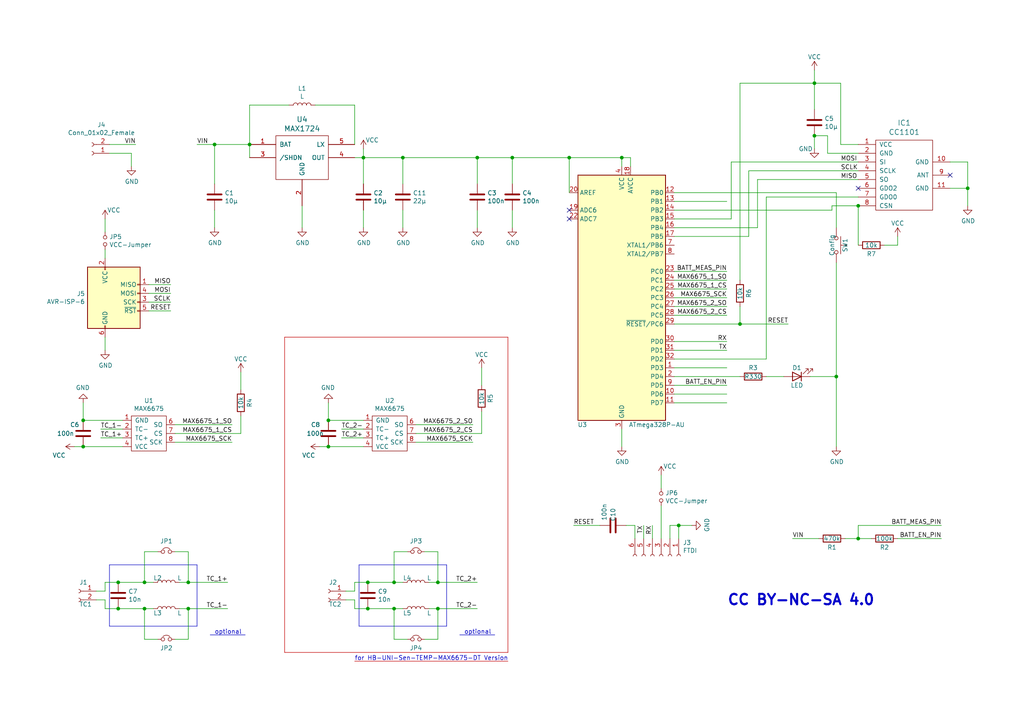
<source format=kicad_sch>
(kicad_sch (version 20220622) (generator eeschema)
  (paper "A4")
  (lib_symbols
    (symbol "Connector:Conn_01x02_Female" (pin_names (offset 1.016) hide)
      (property "Reference" "J" (at 0 2.54 0))
      (property "Value" "Conn_01x02_Female" (at 0 -5.08 0))
      (symbol "Conn_01x02_Female_1_1"
        (arc (start 0 -2.032) (mid -0.508 -2.54) (end 0 -3.048) (stroke (width 0.1524)))
        (polyline (pts (xy -1.27 -2.54) (xy -0.508 -2.54)) (stroke (width 0.1524)))
        (polyline (pts (xy -1.27 0) (xy -0.508 0)) (stroke (width 0.1524)))
        (arc (start 0 0.508) (mid -0.508 0) (end 0 -0.508) (stroke (width 0.1524)))
        (pin passive line (at -5.08 0 0) (length 3.81) (name "Pin_1") (number "1"))
        (pin passive line (at -5.08 -2.54 0) (length 3.81) (name "Pin_2") (number "2"))
      )
    )
    (symbol "Connector:Conn_01x06_Female" (pin_names (offset 1.016) hide)
      (property "Reference" "J" (at 0 7.62 0))
      (property "Value" "Conn_01x06_Female" (at 0 -10.16 0))
      (symbol "Conn_01x06_Female_1_1"
        (arc (start 0 -7.112) (mid -0.508 -7.62) (end 0 -8.128) (stroke (width 0.1524)))
        (arc (start 0 -4.572) (mid -0.508 -5.08) (end 0 -5.588) (stroke (width 0.1524)))
        (arc (start 0 -2.032) (mid -0.508 -2.54) (end 0 -3.048) (stroke (width 0.1524)))
        (polyline (pts (xy -1.27 -7.62) (xy -0.508 -7.62)) (stroke (width 0.1524)))
        (polyline (pts (xy -1.27 -5.08) (xy -0.508 -5.08)) (stroke (width 0.1524)))
        (polyline (pts (xy -1.27 -2.54) (xy -0.508 -2.54)) (stroke (width 0.1524)))
        (polyline (pts (xy -1.27 0) (xy -0.508 0)) (stroke (width 0.1524)))
        (polyline (pts (xy -1.27 2.54) (xy -0.508 2.54)) (stroke (width 0.1524)))
        (polyline (pts (xy -1.27 5.08) (xy -0.508 5.08)) (stroke (width 0.1524)))
        (arc (start 0 0.508) (mid -0.508 0) (end 0 -0.508) (stroke (width 0.1524)))
        (arc (start 0 3.048) (mid -0.508 2.54) (end 0 2.032) (stroke (width 0.1524)))
        (arc (start 0 5.588) (mid -0.508 5.08) (end 0 4.572) (stroke (width 0.1524)))
        (pin passive line (at -5.08 5.08 0) (length 3.81) (name "Pin_1") (number "1"))
        (pin passive line (at -5.08 2.54 0) (length 3.81) (name "Pin_2") (number "2"))
        (pin passive line (at -5.08 0 0) (length 3.81) (name "Pin_3") (number "3"))
        (pin passive line (at -5.08 -2.54 0) (length 3.81) (name "Pin_4") (number "4"))
        (pin passive line (at -5.08 -5.08 0) (length 3.81) (name "Pin_5") (number "5"))
        (pin passive line (at -5.08 -7.62 0) (length 3.81) (name "Pin_6") (number "6"))
      )
    )
    (symbol "Device:C" (pin_numbers hide) (pin_names (offset 0.254))
      (property "Reference" "C" (at 0.635 2.54 0))
      (property "Value" "C" (at 0.635 -2.54 0))
      (symbol "C_0_1"
        (polyline (pts (xy -2.032 -0.762) (xy 2.032 -0.762)) (stroke (width 0.508)))
        (polyline (pts (xy -2.032 0.762) (xy 2.032 0.762)) (stroke (width 0.508)))
      )
      (symbol "C_1_1"
        (pin passive line (at 0 3.81 270) (length 2.794) (name "~") (number "1"))
        (pin passive line (at 0 -3.81 90) (length 2.794) (name "~") (number "2"))
      )
    )
    (symbol "Device:L" (pin_numbers hide) (pin_names (offset 1.016) hide)
      (property "Reference" "L" (at -1.27 0 90))
      (property "Value" "L" (at 1.905 0 90))
      (symbol "L_0_1"
        (arc (start 0 -2.54) (mid 0.635 -1.905) (end 0 -1.27))
        (arc (start 0 -1.27) (mid 0.635 -0.635) (end 0 0))
        (arc (start 0 0) (mid 0.635 0.635) (end 0 1.27))
        (arc (start 0 1.27) (mid 0.635 1.905) (end 0 2.54))
      )
      (symbol "L_1_1"
        (pin passive line (at 0 3.81 270) (length 1.27) (name "1") (number "1"))
        (pin passive line (at 0 -3.81 90) (length 1.27) (name "2") (number "2"))
      )
    )
    (symbol "Device:LED" (pin_numbers hide) (pin_names (offset 1.016) hide)
      (property "Reference" "D" (at 0 2.54 0))
      (property "Value" "LED" (at 0 -2.54 0))
      (symbol "LED_0_1"
        (polyline (pts (xy -1.27 -1.27) (xy -1.27 1.27)) (stroke (width 0.254)))
        (polyline (pts (xy -1.27 0) (xy 1.27 0)))
        (polyline (pts (xy 1.27 -1.27) (xy 1.27 1.27) (xy -1.27 0) (xy 1.27 -1.27)) (stroke (width 0.254)))
        (polyline (pts (xy -3.048 -0.762) (xy -4.572 -2.286) (xy -3.81 -2.286) (xy -4.572 -2.286) (xy -4.572 -1.524)))
        (polyline (pts (xy -1.778 -0.762) (xy -3.302 -2.286) (xy -2.54 -2.286) (xy -3.302 -2.286) (xy -3.302 -1.524)))
      )
      (symbol "LED_1_1"
        (pin passive line (at -3.81 0 0) (length 2.54) (name "K") (number "1"))
        (pin passive line (at 3.81 0 180) (length 2.54) (name "A") (number "2"))
      )
    )
    (symbol "Device:R" (pin_numbers hide) (pin_names (offset 0))
      (property "Reference" "R" (at 2.032 0 90))
      (property "Value" "R" (at 0 0 90))
      (symbol "R_0_1"
        (rectangle (start -1.016 -2.54) (end 1.016 2.54) (stroke (width 0.254)))
      )
      (symbol "R_1_1"
        (pin passive line (at 0 3.81 270) (length 1.27) (name "~") (number "1"))
        (pin passive line (at 0 -3.81 90) (length 1.27) (name "~") (number "2"))
      )
    )
    (symbol "HB-UNI-Sen-TEMP-MAX6675-rescue:ATmega328P-AU-MCU_Microchip_ATmega"
      (property "Reference" "U" (at -12.7 36.83 0))
      (property "Value" "ATmega328P-AU-MCU_Microchip_ATmega" (at 2.54 -36.83 0))
      (symbol "ATmega328P-AU-MCU_Microchip_ATmega_0_1"
        (rectangle (start -12.7 -35.56) (end 12.7 35.56) (stroke (width 0.254)) (fill (type background)))
      )
      (symbol "ATmega328P-AU-MCU_Microchip_ATmega_1_1"
        (pin bidirectional line (at 15.24 -20.32 180) (length 2.54) (name "PD3") (number "1"))
        (pin bidirectional line (at 15.24 -27.94 180) (length 2.54) (name "PD6") (number "10"))
        (pin bidirectional line (at 15.24 -30.48 180) (length 2.54) (name "PD7") (number "11"))
        (pin bidirectional line (at 15.24 30.48 180) (length 2.54) (name "PB0") (number "12"))
        (pin bidirectional line (at 15.24 27.94 180) (length 2.54) (name "PB1") (number "13"))
        (pin bidirectional line (at 15.24 25.4 180) (length 2.54) (name "PB2") (number "14"))
        (pin bidirectional line (at 15.24 22.86 180) (length 2.54) (name "PB3") (number "15"))
        (pin bidirectional line (at 15.24 20.32 180) (length 2.54) (name "PB4") (number "16"))
        (pin bidirectional line (at 15.24 17.78 180) (length 2.54) (name "PB5") (number "17"))
        (pin power_in line (at 2.54 38.1 270) (length 2.54) (name "AVCC") (number "18"))
        (pin input line (at -15.24 25.4 0) (length 2.54) (name "ADC6") (number "19"))
        (pin bidirectional line (at 15.24 -22.86 180) (length 2.54) (name "PD4") (number "2"))
        (pin passive line (at -15.24 30.48 0) (length 2.54) (name "AREF") (number "20"))
        (pin passive line (at 0 -38.1 90) (length 2.54) hide (name "GND") (number "21"))
        (pin input line (at -15.24 22.86 0) (length 2.54) (name "ADC7") (number "22"))
        (pin bidirectional line (at 15.24 7.62 180) (length 2.54) (name "PC0") (number "23"))
        (pin bidirectional line (at 15.24 5.08 180) (length 2.54) (name "PC1") (number "24"))
        (pin bidirectional line (at 15.24 2.54 180) (length 2.54) (name "PC2") (number "25"))
        (pin bidirectional line (at 15.24 0 180) (length 2.54) (name "PC3") (number "26"))
        (pin bidirectional line (at 15.24 -2.54 180) (length 2.54) (name "PC4") (number "27"))
        (pin bidirectional line (at 15.24 -5.08 180) (length 2.54) (name "PC5") (number "28"))
        (pin bidirectional line (at 15.24 -7.62 180) (length 2.54) (name "~{RESET}/PC6") (number "29"))
        (pin power_in line (at 0 -38.1 90) (length 2.54) (name "GND") (number "3"))
        (pin bidirectional line (at 15.24 -12.7 180) (length 2.54) (name "PD0") (number "30"))
        (pin bidirectional line (at 15.24 -15.24 180) (length 2.54) (name "PD1") (number "31"))
        (pin bidirectional line (at 15.24 -17.78 180) (length 2.54) (name "PD2") (number "32"))
        (pin power_in line (at 0 38.1 270) (length 2.54) (name "VCC") (number "4"))
        (pin passive line (at 0 -38.1 90) (length 2.54) hide (name "GND") (number "5"))
        (pin passive line (at 0 38.1 270) (length 2.54) hide (name "VCC") (number "6"))
        (pin bidirectional line (at 15.24 15.24 180) (length 2.54) (name "XTAL1/PB6") (number "7"))
        (pin bidirectional line (at 15.24 12.7 180) (length 2.54) (name "XTAL2/PB7") (number "8"))
        (pin bidirectional line (at 15.24 -25.4 180) (length 2.54) (name "PD5") (number "9"))
      )
    )
    (symbol "HB-UNI-Sen-TEMP-MAX6675-rescue:AVR-ISP-6-Connector" (pin_names (offset 1.016))
      (property "Reference" "J" (at -6.35 11.43 0))
      (property "Value" "AVR-ISP-6-Connector" (at 0 11.43 0))
      (symbol "AVR-ISP-6-Connector_0_1"
        (rectangle (start -2.667 -6.858) (end -2.413 -7.62))
        (rectangle (start -2.667 10.16) (end -2.413 9.398))
        (rectangle (start 7.62 -2.413) (end 6.858 -2.667))
        (rectangle (start 7.62 0.127) (end 6.858 -0.127))
        (rectangle (start 7.62 2.667) (end 6.858 2.413))
        (rectangle (start 7.62 5.207) (end 6.858 4.953))
        (rectangle (start 7.62 10.16) (end -7.62 -7.62) (stroke (width 0.254)) (fill (type background)))
      )
      (symbol "AVR-ISP-6-Connector_1_1"
        (pin passive line (at 10.16 5.08 180) (length 2.54) (name "MISO") (number "1"))
        (pin passive line (at -2.54 12.7 270) (length 2.54) (name "VCC") (number "2"))
        (pin passive line (at 10.16 0 180) (length 2.54) (name "SCK") (number "3"))
        (pin passive line (at 10.16 2.54 180) (length 2.54) (name "MOSI") (number "4"))
        (pin passive line (at 10.16 -2.54 180) (length 2.54) (name "~{RST}") (number "5"))
        (pin passive line (at -2.54 -10.16 90) (length 2.54) (name "GND") (number "6"))
      )
    )
    (symbol "HB-UNI-Sen-TEMP-MAX6675-rescue:CC1101-homebrew" (pin_names (offset 1.016))
      (property "Reference" "IC" (at 0 11.43 0))
      (property "Value" "CC1101-homebrew" (at 0 -11.43 0))
      (symbol "CC1101-homebrew_0_1"
        (rectangle (start -8.89 10.16) (end 7.62 -10.16))
      )
      (symbol "CC1101-homebrew_1_1"
        (pin power_in line (at -13.97 8.89 0) (length 5.08) (name "VCC") (number "1"))
        (pin power_in line (at 12.7 3.81 180) (length 5.08) (name "GND") (number "10"))
        (pin power_in line (at 12.7 -3.81 180) (length 5.08) (name "GND") (number "11"))
        (pin power_in line (at -13.97 6.35 0) (length 5.08) (name "GND") (number "2"))
        (pin bidirectional line (at -13.97 3.81 0) (length 5.08) (name "SI") (number "3"))
        (pin bidirectional line (at -13.97 1.27 0) (length 5.08) (name "SCLK") (number "4"))
        (pin bidirectional line (at -13.97 -1.27 0) (length 5.08) (name "SO") (number "5"))
        (pin bidirectional line (at -13.97 -3.81 0) (length 5.08) (name "GDO2") (number "6"))
        (pin bidirectional line (at -13.97 -6.35 0) (length 5.08) (name "GDO0") (number "7"))
        (pin bidirectional line (at -13.97 -8.89 0) (length 5.08) (name "CSN") (number "8"))
        (pin bidirectional line (at 12.7 0 180) (length 5.08) (name "ANT") (number "9"))
      )
    )
    (symbol "HB-UNI-Sen-TEMP-MAX6675-rescue:Jumper_NC_Small-Device" (pin_numbers hide) (pin_names (offset 0.762) hide)
      (property "Reference" "JP" (at 0 2.032 0))
      (property "Value" "Jumper_NC_Small-Device" (at 0.254 -1.524 0))
      (symbol "Jumper_NC_Small-Device_0_1"
        (circle (center -1.016 0) (radius 0.508))
        (circle (center 1.016 0) (radius 0.508))
        (arc (start 1.016 0.762) (mid 0 1.1828) (end -1.016 0.762))
        (pin passive line (at -2.54 0 0) (length 1.016) (name "1") (number "1"))
        (pin passive line (at 2.54 0 180) (length 1.016) (name "2") (number "2"))
      )
    )
    (symbol "HB-UNI-Sen-TEMP-MAX6675-rescue:Jumper_NO_Small-Device" (pin_numbers hide) (pin_names (offset 0.762) hide)
      (property "Reference" "JP" (at 0 2.032 0))
      (property "Value" "Jumper_NO_Small-Device" (at 0.254 -1.524 0))
      (symbol "Jumper_NO_Small-Device_0_1"
        (circle (center -1.016 0) (radius 0.508))
        (circle (center 1.016 0) (radius 0.508))
        (pin passive line (at -2.54 0 0) (length 1.016) (name "1") (number "1"))
        (pin passive line (at 2.54 0 180) (length 1.016) (name "2") (number "2"))
      )
    )
    (symbol "HB-UNI-Sen-TEMP-MAX6675-rescue:MAX1724-homebrew" (pin_names (offset 1.016))
      (property "Reference" "U" (at 3.81 -7.62 0))
      (property "Value" "MAX1724-homebrew" (at -1.27 7.62 0))
      (symbol "MAX1724-homebrew_0_1"
        (rectangle (start -7.62 6.35) (end 7.62 -6.35))
      )
      (symbol "MAX1724-homebrew_1_1"
        (pin power_in line (at -15.24 3.81 0) (length 7.62) (name "BAT") (number "1"))
        (pin power_in line (at 0 -13.97 90) (length 7.62) (name "GND") (number "2"))
        (pin passive line (at -15.24 0 0) (length 7.62) (name "/SHDN") (number "3"))
        (pin power_out line (at 15.24 0 180) (length 7.62) (name "OUT") (number "4"))
        (pin passive line (at 15.24 3.81 180) (length 7.62) (name "LX") (number "5"))
      )
    )
    (symbol "HB-UNI-Sen-TEMP-MAX6675-rescue:MAX6675-homebrew" (pin_names (offset 1.016))
      (property "Reference" "U" (at 0 -1.27 0))
      (property "Value" "MAX6675-homebrew" (at 0 -13.97 0))
      (symbol "MAX6675-homebrew_0_1"
        (rectangle (start -5.08 -2.54) (end 5.08 -12.7))
      )
      (symbol "MAX6675-homebrew_1_1"
        (pin input line (at -7.62 -3.81 0) (length 2.54) (name "GND") (number "1"))
        (pin input line (at -7.62 -6.35 0) (length 2.54) (name "TC-") (number "2"))
        (pin input line (at -7.62 -8.89 0) (length 2.54) (name "TC+") (number "3"))
        (pin input line (at -7.62 -11.43 0) (length 2.54) (name "VCC") (number "4"))
        (pin input line (at 7.62 -5.08 180) (length 2.54) (name "SO") (number "6"))
        (pin input line (at 7.62 -7.62 180) (length 2.54) (name "CS") (number "7"))
        (pin input line (at 7.62 -10.16 180) (length 2.54) (name "SCK") (number "8"))
      )
    )
    (symbol "Switch:SW_Push" (pin_numbers hide) (pin_names (offset 1.016) hide)
      (property "Reference" "SW" (at 1.27 2.54 0))
      (property "Value" "SW_Push" (at 0 -1.524 0))
      (symbol "SW_Push_0_1"
        (circle (center -2.032 0) (radius 0.508))
        (polyline (pts (xy 0 1.27) (xy 0 3.048)))
        (polyline (pts (xy 2.54 1.27) (xy -2.54 1.27)))
        (circle (center 2.032 0) (radius 0.508))
        (pin passive line (at -5.08 0 0) (length 2.54) (name "1") (number "1"))
        (pin passive line (at 5.08 0 180) (length 2.54) (name "2") (number "2"))
      )
    )
    (symbol "power:GND" (power) (pin_names (offset 0))
      (property "Value" "GND" (at 0 -3.81 0))
      (symbol "GND_0_1"
        (polyline (pts (xy 0 0) (xy 0 -1.27) (xy 1.27 -1.27) (xy 0 -2.54) (xy -1.27 -1.27) (xy 0 -1.27)))
      )
      (symbol "GND_1_1"
        (pin power_in line (at 0 0 270) (length 0) hide (name "GND") (number "1"))
      )
    )
    (symbol "power:VCC" (power) (pin_names (offset 0))
      (property "Value" "VCC" (at 0 3.81 0))
      (symbol "VCC_0_1"
        (polyline (pts (xy -0.762 1.27) (xy 0 2.54)))
        (polyline (pts (xy 0 0) (xy 0 2.54)))
        (polyline (pts (xy 0 2.54) (xy 0.762 1.27)))
      )
      (symbol "VCC_1_1"
        (pin power_in line (at 0 0 90) (length 0) hide (name "VCC") (number "1"))
      )
    )
  )
  (junction (at 127 176.53))
  (junction (at 24.13 121.92))
  (junction (at 54.61 176.53))
  (junction (at 114.3 176.53))
  (junction (at 148.59 45.72))
  (junction (at 196.85 152.4))
  (junction (at 41.91 176.53))
  (junction (at 41.91 168.91))
  (junction (at 138.43 45.72))
  (junction (at 54.61 168.91))
  (junction (at 105.41 45.72))
  (junction (at 280.67 54.61))
  (junction (at 62.23 41.91))
  (junction (at 106.68 168.91))
  (junction (at 165.1 45.72))
  (junction (at 236.22 39.37))
  (junction (at 106.68 176.53))
  (junction (at 34.29 168.91))
  (junction (at 242.57 109.22))
  (junction (at 95.25 129.54))
  (junction (at 236.22 24.13))
  (junction (at 127 168.91))
  (junction (at 114.3 168.91))
  (junction (at 95.25 121.92))
  (junction (at 34.29 176.53))
  (junction (at 116.84 45.72))
  (junction (at 24.13 129.54))
  (junction (at 72.39 41.91))
  (junction (at 248.92 156.21))
  (junction (at 180.34 45.72))
  (junction (at 214.63 93.98))
  (junction (at 248.92 59.69))
  (no_connect (at 165.1 60.96))
  (no_connect (at 248.92 54.61))
  (no_connect (at 165.1 63.5))
  (no_connect (at 275.59 50.8))
  (polyline (pts (xy 60.96 184.15) (xy 71.12 184.15)))
  (wire (pts (xy 210.82 114.3) (xy 195.58 114.3)))
  (wire (pts (xy 127 176.53) (xy 138.43 176.53)))
  (wire (pts (xy 50.8 125.73) (xy 69.85 125.73)))
  (wire (pts (xy 165.1 45.72) (xy 148.59 45.72)))
  (wire (pts (xy 24.13 121.92) (xy 24.13 116.84)))
  (wire (pts (xy 148.59 53.34) (xy 148.59 45.72)))
  (wire (pts (xy 105.41 43.18) (xy 105.41 45.72)))
  (wire (pts (xy 52.07 168.91) (xy 54.61 168.91)))
  (wire (pts (xy 105.41 66.04) (xy 105.41 60.96)))
  (wire (pts (xy 39.37 41.91) (xy 31.75 41.91)))
  (wire (pts (xy 184.15 156.21) (xy 184.15 152.4)))
  (wire (pts (xy 210.82 101.6) (xy 195.58 101.6)))
  (wire (pts (xy 72.39 30.48) (xy 72.39 41.91)))
  (wire (pts (xy 95.25 129.54) (xy 92.71 129.54)))
  (wire (pts (xy 180.34 45.72) (xy 165.1 45.72)))
  (wire (pts (xy 260.35 156.21) (xy 273.05 156.21)))
  (wire (pts (xy 105.41 45.72) (xy 102.87 45.72)))
  (wire (pts (xy 49.53 90.17) (xy 43.18 90.17)))
  (wire (pts (xy 214.63 24.13) (xy 236.22 24.13)))
  (wire (pts (xy 127 185.42) (xy 127 176.53)))
  (wire (pts (xy 248.92 71.12) (xy 248.92 59.69)))
  (wire (pts (xy 83.82 30.48) (xy 72.39 30.48)))
  (wire (pts (xy 210.82 111.76) (xy 195.58 111.76)))
  (wire (pts (xy 260.35 68.58) (xy 260.35 71.12)))
  (polyline (pts (xy 57.15 163.83) (xy 57.15 181.61)))
  (wire (pts (xy 124.46 176.53) (xy 127 176.53)))
  (wire (pts (xy 236.22 24.13) (xy 236.22 31.75)))
  (wire (pts (xy 102.87 30.48) (xy 91.44 30.48)))
  (wire (pts (xy 54.61 176.53) (xy 66.04 176.53)))
  (wire (pts (xy 222.25 109.22) (xy 227.33 109.22)))
  (wire (pts (xy 248.92 156.21) (xy 248.92 152.4)))
  (wire (pts (xy 166.37 152.4) (xy 173.99 152.4)))
  (wire (pts (xy 120.65 128.27) (xy 137.16 128.27)))
  (wire (pts (xy 195.58 55.88) (xy 242.57 55.88)))
  (wire (pts (xy 137.16 123.19) (xy 120.65 123.19)))
  (wire (pts (xy 54.61 185.42) (xy 54.61 176.53)))
  (wire (pts (xy 194.31 156.21) (xy 194.31 152.4)))
  (wire (pts (xy 280.67 54.61) (xy 280.67 59.69)))
  (wire (pts (xy 52.07 176.53) (xy 54.61 176.53)))
  (wire (pts (xy 194.31 152.4) (xy 196.85 152.4)))
  (wire (pts (xy 41.91 160.02) (xy 45.72 160.02)))
  (wire (pts (xy 260.35 71.12) (xy 256.54 71.12)))
  (polyline (pts (xy 82.55 189.23) (xy 82.55 97.79)) (stroke (width 0) (color 194 0 0 1)))
  (wire (pts (xy 195.58 109.22) (xy 214.63 109.22)))
  (wire (pts (xy 242.57 55.88) (xy 242.57 66.04)))
  (wire (pts (xy 236.22 20.32) (xy 236.22 24.13)))
  (wire (pts (xy 195.58 60.96) (xy 241.3 60.96)))
  (wire (pts (xy 195.58 68.58) (xy 217.17 68.58)))
  (wire (pts (xy 210.82 83.82) (xy 195.58 83.82)))
  (wire (pts (xy 195.58 66.04) (xy 219.71 66.04)))
  (wire (pts (xy 212.09 46.99) (xy 248.92 46.99)))
  (wire (pts (xy 27.94 173.99) (xy 30.48 173.99)))
  (wire (pts (xy 106.68 168.91) (xy 114.3 168.91)))
  (wire (pts (xy 38.1 48.26) (xy 38.1 44.45)))
  (wire (pts (xy 245.11 156.21) (xy 248.92 156.21)))
  (wire (pts (xy 182.88 45.72) (xy 180.34 45.72)))
  (wire (pts (xy 243.84 24.13) (xy 236.22 24.13)))
  (wire (pts (xy 50.8 128.27) (xy 67.31 128.27)))
  (wire (pts (xy 116.84 66.04) (xy 116.84 60.96)))
  (wire (pts (xy 219.71 52.07) (xy 248.92 52.07)))
  (wire (pts (xy 49.53 87.63) (xy 43.18 87.63)))
  (wire (pts (xy 102.87 173.99) (xy 102.87 176.53)))
  (wire (pts (xy 165.1 55.88) (xy 165.1 45.72)))
  (wire (pts (xy 57.15 41.91) (xy 62.23 41.91)))
  (wire (pts (xy 124.46 168.91) (xy 127 168.91)))
  (wire (pts (xy 69.85 120.65) (xy 69.85 125.73)))
  (wire (pts (xy 62.23 53.34) (xy 62.23 41.91)))
  (wire (pts (xy 191.77 141.605) (xy 191.77 137.795)))
  (wire (pts (xy 222.25 104.14) (xy 195.58 104.14)))
  (wire (pts (xy 123.19 185.42) (xy 127 185.42)))
  (wire (pts (xy 38.1 44.45) (xy 31.75 44.45)))
  (wire (pts (xy 182.88 48.26) (xy 182.88 45.72)))
  (wire (pts (xy 120.65 125.73) (xy 139.7 125.73)))
  (polyline (pts (xy 104.14 163.83) (xy 129.54 163.83)))
  (wire (pts (xy 127 168.91) (xy 138.43 168.91)))
  (polyline (pts (xy 57.15 181.61) (xy 31.75 181.61)))
  (wire (pts (xy 242.57 76.2) (xy 242.57 109.22)))
  (wire (pts (xy 243.84 41.91) (xy 243.84 24.13)))
  (wire (pts (xy 222.25 57.15) (xy 222.25 104.14)))
  (wire (pts (xy 148.59 45.72) (xy 138.43 45.72)))
  (wire (pts (xy 30.48 173.99) (xy 30.48 176.53)))
  (wire (pts (xy 195.58 63.5) (xy 212.09 63.5)))
  (wire (pts (xy 210.82 116.84) (xy 195.58 116.84)))
  (wire (pts (xy 95.25 121.92) (xy 95.25 116.84)))
  (wire (pts (xy 29.21 124.46) (xy 35.56 124.46)))
  (wire (pts (xy 212.09 46.99) (xy 212.09 63.5)))
  (wire (pts (xy 35.56 121.92) (xy 24.13 121.92)))
  (wire (pts (xy 114.3 168.91) (xy 116.84 168.91)))
  (polyline (pts (xy 133.35 184.15) (xy 143.51 184.15)))
  (wire (pts (xy 114.3 176.53) (xy 116.84 176.53)))
  (wire (pts (xy 236.22 43.18) (xy 236.22 39.37)))
  (wire (pts (xy 87.63 66.04) (xy 87.63 59.69)))
  (wire (pts (xy 41.91 176.53) (xy 44.45 176.53)))
  (wire (pts (xy 139.7 119.38) (xy 139.7 125.73)))
  (wire (pts (xy 214.63 88.9) (xy 214.63 93.98)))
  (polyline (pts (xy 104.14 181.61) (xy 104.14 163.83)))
  (wire (pts (xy 62.23 66.04) (xy 62.23 60.96)))
  (wire (pts (xy 102.87 171.45) (xy 102.87 168.91)))
  (polyline (pts (xy 147.32 97.79) (xy 147.32 189.23)) (stroke (width 0) (color 194 0 0 1)))
  (wire (pts (xy 127 160.02) (xy 127 168.91)))
  (wire (pts (xy 72.39 45.72) (xy 72.39 41.91)))
  (wire (pts (xy 241.3 59.69) (xy 248.92 59.69)))
  (wire (pts (xy 275.59 46.99) (xy 280.67 46.99)))
  (wire (pts (xy 186.69 152.4) (xy 186.69 156.21)))
  (wire (pts (xy 217.17 49.53) (xy 248.92 49.53)))
  (wire (pts (xy 210.82 106.68) (xy 195.58 106.68)))
  (wire (pts (xy 41.91 168.91) (xy 44.45 168.91)))
  (polyline (pts (xy 31.75 163.83) (xy 57.15 163.83)))
  (wire (pts (xy 210.82 81.28) (xy 195.58 81.28)))
  (wire (pts (xy 50.8 123.19) (xy 67.31 123.19)))
  (wire (pts (xy 45.72 185.42) (xy 41.91 185.42)))
  (wire (pts (xy 200.66 152.4) (xy 196.85 152.4)))
  (wire (pts (xy 95.25 129.54) (xy 105.41 129.54)))
  (wire (pts (xy 118.11 185.42) (xy 114.3 185.42)))
  (wire (pts (xy 30.48 67.31) (xy 30.48 63.5)))
  (wire (pts (xy 210.82 99.06) (xy 195.58 99.06)))
  (wire (pts (xy 49.53 82.55) (xy 43.18 82.55)))
  (wire (pts (xy 240.03 44.45) (xy 240.03 39.37)))
  (wire (pts (xy 105.41 121.92) (xy 95.25 121.92)))
  (wire (pts (xy 30.48 176.53) (xy 34.29 176.53)))
  (polyline (pts (xy 31.75 181.61) (xy 31.75 163.83)))
  (wire (pts (xy 148.59 60.96) (xy 148.59 66.04)))
  (wire (pts (xy 30.48 168.91) (xy 34.29 168.91)))
  (wire (pts (xy 214.63 24.13) (xy 214.63 81.28)))
  (wire (pts (xy 280.67 46.99) (xy 280.67 54.61)))
  (wire (pts (xy 210.82 91.44) (xy 195.58 91.44)))
  (wire (pts (xy 248.92 156.21) (xy 252.73 156.21)))
  (wire (pts (xy 30.48 171.45) (xy 30.48 168.91)))
  (wire (pts (xy 24.13 129.54) (xy 35.56 129.54)))
  (wire (pts (xy 102.87 176.53) (xy 106.68 176.53)))
  (wire (pts (xy 102.87 168.91) (xy 106.68 168.91)))
  (wire (pts (xy 69.85 107.95) (xy 69.85 113.03)))
  (wire (pts (xy 214.63 93.98) (xy 228.6 93.98)))
  (wire (pts (xy 210.82 78.74) (xy 195.58 78.74)))
  (wire (pts (xy 180.34 129.54) (xy 180.34 124.46)))
  (wire (pts (xy 114.3 160.02) (xy 118.11 160.02)))
  (wire (pts (xy 138.43 66.04) (xy 138.43 60.96)))
  (wire (pts (xy 54.61 168.91) (xy 66.04 168.91)))
  (wire (pts (xy 219.71 66.04) (xy 219.71 52.07)))
  (wire (pts (xy 189.23 152.4) (xy 189.23 156.21)))
  (wire (pts (xy 114.3 185.42) (xy 114.3 176.53)))
  (wire (pts (xy 248.92 57.15) (xy 222.25 57.15)))
  (polyline (pts (xy 147.32 189.23) (xy 82.55 189.23)) (stroke (width 0) (color 194 0 0 1)))
  (wire (pts (xy 210.82 86.36) (xy 195.58 86.36)))
  (wire (pts (xy 54.61 160.02) (xy 54.61 168.91)))
  (wire (pts (xy 180.34 48.26) (xy 180.34 45.72)))
  (wire (pts (xy 191.77 146.685) (xy 191.77 156.21)))
  (polyline (pts (xy 82.55 97.79) (xy 147.32 97.79)) (stroke (width 0) (color 194 0 0 1)))
  (wire (pts (xy 105.41 53.34) (xy 105.41 45.72)))
  (wire (pts (xy 105.41 45.72) (xy 116.84 45.72)))
  (wire (pts (xy 210.82 88.9) (xy 195.58 88.9)))
  (wire (pts (xy 34.29 168.91) (xy 41.91 168.91)))
  (wire (pts (xy 240.03 44.45) (xy 248.92 44.45)))
  (polyline (pts (xy 102.87 191.77) (xy 147.32 191.77)) (stroke (width 0) (color 194 0 0 1)))
  (wire (pts (xy 99.06 127) (xy 105.41 127)))
  (wire (pts (xy 49.53 85.09) (xy 43.18 85.09)))
  (wire (pts (xy 196.85 152.4) (xy 196.85 156.21)))
  (wire (pts (xy 34.29 176.53) (xy 41.91 176.53)))
  (wire (pts (xy 243.84 41.91) (xy 248.92 41.91)))
  (wire (pts (xy 41.91 168.91) (xy 41.91 160.02)))
  (wire (pts (xy 21.59 129.54) (xy 24.13 129.54)))
  (wire (pts (xy 240.03 39.37) (xy 236.22 39.37)))
  (wire (pts (xy 210.82 58.42) (xy 195.58 58.42)))
  (wire (pts (xy 234.95 109.22) (xy 242.57 109.22)))
  (wire (pts (xy 116.84 45.72) (xy 138.43 45.72)))
  (wire (pts (xy 138.43 53.34) (xy 138.43 45.72)))
  (wire (pts (xy 123.19 160.02) (xy 127 160.02)))
  (wire (pts (xy 29.21 127) (xy 35.56 127)))
  (wire (pts (xy 50.8 185.42) (xy 54.61 185.42)))
  (wire (pts (xy 30.48 72.39) (xy 30.48 74.93)))
  (wire (pts (xy 195.58 93.98) (xy 214.63 93.98)))
  (wire (pts (xy 139.7 106.68) (xy 139.7 111.76)))
  (wire (pts (xy 62.23 41.91) (xy 72.39 41.91)))
  (wire (pts (xy 41.91 185.42) (xy 41.91 176.53)))
  (wire (pts (xy 242.57 109.22) (xy 242.57 129.54)))
  (wire (pts (xy 217.17 68.58) (xy 217.17 49.53)))
  (wire (pts (xy 248.92 152.4) (xy 273.05 152.4)))
  (wire (pts (xy 102.87 41.91) (xy 102.87 30.48)))
  (wire (pts (xy 241.3 60.96) (xy 241.3 59.69)))
  (wire (pts (xy 106.68 176.53) (xy 114.3 176.53)))
  (wire (pts (xy 30.48 101.6) (xy 30.48 97.79)))
  (wire (pts (xy 114.3 168.91) (xy 114.3 160.02)))
  (wire (pts (xy 229.87 156.21) (xy 237.49 156.21)))
  (polyline (pts (xy 129.54 181.61) (xy 104.14 181.61)))
  (wire (pts (xy 100.33 173.99) (xy 102.87 173.99)))
  (wire (pts (xy 116.84 53.34) (xy 116.84 45.72)))
  (wire (pts (xy 100.33 171.45) (xy 102.87 171.45)))
  (wire (pts (xy 184.15 152.4) (xy 181.61 152.4)))
  (wire (pts (xy 50.8 160.02) (xy 54.61 160.02)))
  (polyline (pts (xy 129.54 163.83) (xy 129.54 181.61)))
  (wire (pts (xy 27.94 171.45) (xy 30.48 171.45)))
  (wire (pts (xy 275.59 54.61) (xy 280.67 54.61)))
  (wire (pts (xy 105.41 124.46) (xy 99.06 124.46)))
  (text "optional\n" (at 62.23 184.15 0) (effects (font (size 1.27 1.27)) (justify left bottom)))
  (text "CC BY-NC-SA 4.0" (at 210.82 175.895 0) (effects (font (size 2.9972 2.9972) (thickness 0.5994) bold) (justify left bottom)))
  (text "for HB-UNI-Sen-TEMP-MAX6675-DT Version" (at 102.87 191.77 0) (effects (font (size 1.27 1.27)) (justify left bottom)))
  (text "optional\n" (at 134.62 184.15 0) (effects (font (size 1.27 1.27)) (justify left bottom)))
  (label "SCLK" (at 243.84 49.53 0))
  (label "MAX6675_1_CS" (at 210.82 83.82 180))
  (label "MAX6675_1_CS" (at 67.31 125.73 180))
  (label "MAX6675_2_SO" (at 137.16 123.19 180))
  (label "TC_2-" (at 138.43 176.53 180))
  (label "MAX6675_2_CS" (at 137.16 125.73 180))
  (label "RESET" (at 49.53 90.17 180))
  (label "MAX6675_2_CS" (at 210.82 91.44 180))
  (label "VIN" (at 57.15 41.91 0))
  (label "RX" (at 210.82 99.06 180))
  (label "MISO" (at 243.84 52.07 0))
  (label "MAX6675_SCK" (at 210.82 86.36 180))
  (label "TC_2+" (at 99.06 127 0))
  (label "RESET" (at 166.37 152.4 0))
  (label "TC_1-" (at 66.04 176.53 180))
  (label "RESET" (at 228.6 93.98 180))
  (label "SCLK" (at 49.53 87.63 180))
  (label "MAX6675_SCK" (at 137.16 128.27 180))
  (label "TC_1+" (at 29.21 127 0))
  (label "MISO" (at 49.53 82.55 180))
  (label "BATT_MEAS_PIN" (at 210.82 78.74 180))
  (label "VIN" (at 229.87 156.21 0))
  (label "RX" (at 189.23 152.4 270))
  (label "TC_2+" (at 138.43 168.91 180))
  (label "BATT_MEAS_PIN" (at 273.05 152.4 180))
  (label "TC_1+" (at 66.04 168.91 180))
  (label "MAX6675_SCK" (at 67.31 128.27 180))
  (label "VIN" (at 39.37 41.91 180))
  (label "MOSI" (at 49.53 85.09 180))
  (label "BATT_EN_PIN" (at 210.82 111.76 180))
  (label "MOSI" (at 243.84 46.99 0))
  (label "TX" (at 186.69 152.4 270))
  (label "TC_2-" (at 99.06 124.46 0))
  (label "MAX6675_1_SO" (at 67.31 123.19 180))
  (label "TX" (at 210.82 101.6 180))
  (label "TC_1-" (at 29.21 124.46 0))
  (label "MAX6675_2_SO" (at 210.82 88.9 180))
  (label "BATT_EN_PIN" (at 273.05 156.21 180))
  (label "MAX6675_1_SO" (at 210.82 81.28 180))
  (symbol (lib_id "HB-UNI-Sen-TEMP-MAX6675-rescue:ATmega328P-AU-MCU_Microchip_ATmega") (at 180.34 86.36 0) (unit 1)
    (default_instance (reference "U") (unit 1) (value "") (footprint ""))
    (property "Reference" "U3" (at 168.91 123.19 0))
    (property "Value" "ATmega328P-AU" (at 190.5 123.19 0))
    (property "Footprint" "Package_QFP:TQFP-32_7x7mm_P0.8mm" (effects hide))
    (property "Datasheet" "http://ww1.microchip.com/downloads/en/DeviceDoc/ATmega328_P%20AVR%20MCU%20with%20picoPower%20Technology%20Data%20Sheet%2040001984A.pdf" (effects hide))
  )
  (symbol (lib_id "HB-UNI-Sen-TEMP-MAX6675-rescue:MAX6675-homebrew") (at 43.18 118.11 0) (unit 1)
    (default_instance (reference "U") (unit 1) (value "") (footprint ""))
    (property "Reference" "U1" (at 43.18 116.205 0))
    (property "Value" "MAX6675" (at 43.18 118.5164 0))
    (property "Footprint" "Package_SO:SO-8_3.9x4.9mm_P1.27mm" (effects hide))
  )
  (symbol (lib_id "HB-UNI-Sen-TEMP-MAX6675-rescue:MAX6675-homebrew") (at 113.03 118.11 0) (unit 1)
    (default_instance (reference "U") (unit 1) (value "") (footprint ""))
    (property "Reference" "U2" (at 113.03 116.205 0))
    (property "Value" "MAX6675" (at 113.03 118.5164 0))
    (property "Footprint" "Package_SO:SO-8_3.9x4.9mm_P1.27mm" (effects hide))
  )
  (symbol (lib_id "HB-UNI-Sen-TEMP-MAX6675-rescue:CC1101-homebrew") (at 262.89 50.8 0) (unit 1)
    (default_instance (reference "U") (unit 1) (value "") (footprint ""))
    (property "Reference" "IC1" (at 262.255 35.6362 0) (effects (font (size 1.524 1.524))))
    (property "Value" "CC1101" (at 262.255 38.3286 0) (effects (font (size 1.524 1.524))))
    (property "Footprint" "homebrew:CC1101_Module" (effects hide))
  )
  (symbol (lib_id "HB-UNI-Sen-TEMP-MAX6675-rescue:MAX1724-homebrew") (at 87.63 45.72 0) (unit 1)
    (default_instance (reference "U") (unit 1) (value "") (footprint ""))
    (property "Reference" "U4" (at 87.63 34.6202 0) (effects (font (size 1.524 1.524))))
    (property "Value" "MAX1724" (at 87.63 37.3126 0) (effects (font (size 1.524 1.524))))
    (property "Footprint" "Package_TO_SOT_SMD:SOT-23-5_HandSoldering" (effects hide))
  )
  (symbol (lib_id "Device:C") (at 62.23 57.15 0) (unit 1)
    (default_instance (reference "U") (unit 1) (value "") (footprint ""))
    (property "Reference" "C1" (at 65.151 55.9816 0) (effects (justify left)))
    (property "Value" "10µ" (at 65.151 58.293 0) (effects (justify left)))
    (property "Footprint" "Capacitor_SMD:C_0805_2012Metric_Pad1.15x1.40mm_HandSolder" (effects hide))
  )
  (symbol (lib_id "power:GND") (at 62.23 66.04 0) (unit 1)
    (default_instance (reference "U") (unit 1) (value "") (footprint ""))
    (property "Reference" "#PWR0101" (effects hide))
    (property "Value" "GND" (at 62.357 70.4342 0))
  )
  (symbol (lib_id "Device:L") (at 87.63 30.48 90) (unit 1)
    (default_instance (reference "U") (unit 1) (value "") (footprint ""))
    (property "Reference" "L1" (at 87.63 25.654 90))
    (property "Value" "L" (at 87.63 27.9654 90))
    (property "Footprint" "Inductor_SMD:L_1812_4532Metric_Pad1.30x3.40mm_HandSolder" (effects hide))
  )
  (symbol (lib_id "Connector:Conn_01x02_Female") (at 22.86 171.45 0) (mirror y) (unit 1)
    (default_instance (reference "U") (unit 1) (value "") (footprint ""))
    (property "Reference" "J1" (at 25.4 168.91 0) (effects (justify left)))
    (property "Value" "TC1" (at 26.67 175.26 0) (effects (justify left)))
    (property "Footprint" "TerminalBlock:TerminalBlock_bornier-2_P5.08mm" (effects hide))
  )
  (symbol (lib_id "power:GND") (at 87.63 66.04 0) (unit 1)
    (default_instance (reference "U") (unit 1) (value "") (footprint ""))
    (property "Reference" "#PWR0102" (effects hide))
    (property "Value" "GND" (at 87.757 70.4342 0))
  )
  (symbol (lib_id "Device:C") (at 105.41 57.15 0) (unit 1)
    (default_instance (reference "U") (unit 1) (value "") (footprint ""))
    (property "Reference" "C2" (at 108.331 55.9816 0) (effects (justify left)))
    (property "Value" "10µ" (at 108.331 58.293 0) (effects (justify left)))
    (property "Footprint" "Capacitor_SMD:C_0805_2012Metric_Pad1.15x1.40mm_HandSolder" (effects hide))
  )
  (symbol (lib_id "Device:C") (at 138.43 57.15 0) (unit 1)
    (default_instance (reference "U") (unit 1) (value "") (footprint ""))
    (property "Reference" "C3" (at 141.351 55.9816 0) (effects (justify left)))
    (property "Value" "100n" (at 141.351 58.293 0) (effects (justify left)))
    (property "Footprint" "Capacitor_SMD:C_0805_2012Metric_Pad1.15x1.40mm_HandSolder" (effects hide))
  )
  (symbol (lib_id "Device:C") (at 148.59 57.15 0) (unit 1)
    (default_instance (reference "U") (unit 1) (value "") (footprint ""))
    (property "Reference" "C4" (at 151.511 55.9816 0) (effects (justify left)))
    (property "Value" "100n" (at 151.511 58.293 0) (effects (justify left)))
    (property "Footprint" "Capacitor_SMD:C_0805_2012Metric_Pad1.15x1.40mm_HandSolder" (effects hide))
  )
  (symbol (lib_id "power:GND") (at 105.41 66.04 0) (unit 1)
    (default_instance (reference "U") (unit 1) (value "") (footprint ""))
    (property "Reference" "#PWR0103" (effects hide))
    (property "Value" "GND" (at 105.537 70.4342 0))
  )
  (symbol (lib_id "power:GND") (at 138.43 66.04 0) (unit 1)
    (default_instance (reference "U") (unit 1) (value "") (footprint ""))
    (property "Reference" "#PWR0104" (effects hide))
    (property "Value" "GND" (at 138.557 70.4342 0))
  )
  (symbol (lib_id "power:GND") (at 148.59 66.04 0) (unit 1)
    (default_instance (reference "U") (unit 1) (value "") (footprint ""))
    (property "Reference" "#PWR0105" (effects hide))
    (property "Value" "GND" (at 148.717 70.4342 0))
  )
  (symbol (lib_id "Device:R") (at 241.3 156.21 270) (unit 1)
    (default_instance (reference "U") (unit 1) (value "") (footprint ""))
    (property "Reference" "R1" (at 241.3 158.75 90))
    (property "Value" "470k" (at 241.3 156.21 90))
    (property "Footprint" "Resistor_SMD:R_0805_2012Metric_Pad1.15x1.40mm_HandSolder" (effects hide))
  )
  (symbol (lib_id "Device:R") (at 256.54 156.21 270) (unit 1)
    (default_instance (reference "U") (unit 1) (value "") (footprint ""))
    (property "Reference" "R2" (at 256.54 158.75 90))
    (property "Value" "100k" (at 256.54 156.21 90))
    (property "Footprint" "Resistor_SMD:R_0805_2012Metric_Pad1.15x1.40mm_HandSolder" (effects hide))
  )
  (symbol (lib_id "Switch:SW_Push") (at 242.57 71.12 270) (unit 1)
    (default_instance (reference "U") (unit 1) (value "") (footprint ""))
    (property "Reference" "SW1" (at 245.11 71.12 0))
    (property "Value" "Config" (at 241.3 71.12 0))
    (property "Footprint" "Button_Switch_SMD:SW_SPST_CK_RS282G05A3" (effects hide))
  )
  (symbol (lib_id "power:GND") (at 180.34 129.54 0) (unit 1)
    (default_instance (reference "U") (unit 1) (value "") (footprint ""))
    (property "Reference" "#PWR0106" (effects hide))
    (property "Value" "GND" (at 180.467 133.9342 0))
  )
  (symbol (lib_id "power:GND") (at 242.57 129.54 0) (unit 1)
    (default_instance (reference "U") (unit 1) (value "") (footprint ""))
    (property "Reference" "#PWR0107" (effects hide))
    (property "Value" "GND" (at 242.697 133.9342 0))
  )
  (symbol (lib_id "power:VCC") (at 105.41 43.18 0) (unit 1)
    (default_instance (reference "U") (unit 1) (value "") (footprint ""))
    (property "Reference" "#PWR0108" (effects hide))
    (property "Value" "VCC" (at 107.95 40.64 0))
  )
  (symbol (lib_id "power:VCC") (at 236.22 20.32 0) (unit 1)
    (default_instance (reference "U") (unit 1) (value "") (footprint ""))
    (property "Reference" "#PWR0109" (effects hide))
    (property "Value" "VCC" (at 236.22 16.51 0))
  )
  (symbol (lib_id "Device:C") (at 236.22 35.56 0) (unit 1)
    (default_instance (reference "U") (unit 1) (value "") (footprint ""))
    (property "Reference" "C5" (at 239.141 34.3916 0) (effects (justify left)))
    (property "Value" "10µ" (at 239.141 36.703 0) (effects (justify left)))
    (property "Footprint" "Capacitor_SMD:C_0805_2012Metric_Pad1.15x1.40mm_HandSolder" (effects hide))
  )
  (symbol (lib_id "power:GND") (at 236.22 43.18 0) (unit 1)
    (default_instance (reference "U") (unit 1) (value "") (footprint ""))
    (property "Reference" "#PWR0110" (effects hide))
    (property "Value" "GND" (at 233.68 43.18 0))
  )
  (symbol (lib_id "Device:LED") (at 231.14 109.22 180) (unit 1)
    (default_instance (reference "U") (unit 1) (value "") (footprint ""))
    (property "Reference" "D1" (at 231.14 106.68 0))
    (property "Value" "LED" (at 231.14 111.76 0))
    (property "Footprint" "LED_THT:LED_D3.0mm" (effects hide))
  )
  (symbol (lib_id "Device:R") (at 218.44 109.22 270) (unit 1)
    (default_instance (reference "U") (unit 1) (value "") (footprint ""))
    (property "Reference" "R3" (at 218.44 106.68 90))
    (property "Value" "R330" (at 218.44 109.22 90))
    (property "Footprint" "Resistor_SMD:R_0805_2012Metric_Pad1.15x1.40mm_HandSolder" (effects hide))
  )
  (symbol (lib_id "Device:R") (at 69.85 116.84 180) (unit 1)
    (default_instance (reference "U") (unit 1) (value "") (footprint ""))
    (property "Reference" "R4" (at 72.39 116.84 90))
    (property "Value" "10k" (at 69.85 116.84 90))
    (property "Footprint" "Resistor_SMD:R_0805_2012Metric_Pad1.15x1.40mm_HandSolder" (effects hide))
  )
  (symbol (lib_id "power:VCC") (at 69.85 107.95 0) (unit 1)
    (default_instance (reference "U") (unit 1) (value "") (footprint ""))
    (property "Reference" "#PWR0115" (effects hide))
    (property "Value" "VCC" (at 69.85 104.14 0))
  )
  (symbol (lib_id "Device:R") (at 139.7 115.57 180) (unit 1)
    (default_instance (reference "U") (unit 1) (value "") (footprint ""))
    (property "Reference" "R5" (at 142.24 115.57 90))
    (property "Value" "10k" (at 139.7 115.57 90))
    (property "Footprint" "Resistor_SMD:R_0805_2012Metric_Pad1.15x1.40mm_HandSolder" (effects hide))
  )
  (symbol (lib_id "power:VCC") (at 139.7 106.68 0) (unit 1)
    (default_instance (reference "U") (unit 1) (value "") (footprint ""))
    (property "Reference" "#PWR0116" (effects hide))
    (property "Value" "VCC" (at 139.7 102.87 0))
  )
  (symbol (lib_id "Device:C") (at 24.13 125.73 0) (unit 1)
    (default_instance (reference "U") (unit 1) (value "") (footprint ""))
    (property "Reference" "C6" (at 20.32 123.19 0) (effects (justify left)))
    (property "Value" "100n" (at 16.51 125.73 0) (effects (justify left)))
    (property "Footprint" "Capacitor_SMD:C_0805_2012Metric_Pad1.15x1.40mm_HandSolder" (effects hide))
  )
  (symbol (lib_id "Device:C") (at 95.25 125.73 0) (unit 1)
    (default_instance (reference "U") (unit 1) (value "") (footprint ""))
    (property "Reference" "C8" (at 90.17 123.19 0) (effects (justify left)))
    (property "Value" "100n" (at 88.9 125.73 0) (effects (justify left)))
    (property "Footprint" "Capacitor_SMD:C_0805_2012Metric_Pad1.15x1.40mm_HandSolder" (effects hide))
  )
  (symbol (lib_id "power:GND") (at 95.25 116.84 180) (unit 1)
    (default_instance (reference "U") (unit 1) (value "") (footprint ""))
    (property "Reference" "#PWR0113" (effects hide))
    (property "Value" "GND" (at 95.123 112.4458 0))
  )
  (symbol (lib_id "power:VCC") (at 21.59 129.54 90) (unit 1)
    (default_instance (reference "U") (unit 1) (value "") (footprint ""))
    (property "Reference" "#PWR0112" (effects hide))
    (property "Value" "VCC" (at 19.05 132.08 90) (effects (justify left)))
  )
  (symbol (lib_id "power:VCC") (at 92.71 129.54 90) (unit 1)
    (default_instance (reference "U") (unit 1) (value "") (footprint ""))
    (property "Reference" "#PWR0111" (effects hide))
    (property "Value" "VCC" (at 91.44 132.08 90) (effects (justify left)))
  )
  (symbol (lib_id "Device:L") (at 48.26 168.91 90) (unit 1)
    (default_instance (reference "U") (unit 1) (value "") (footprint ""))
    (property "Reference" "L2" (at 45.72 167.64 90))
    (property "Value" "L" (at 52.07 167.64 90))
    (property "Footprint" "Inductor_SMD:L_0805_2012Metric_Pad1.15x1.40mm_HandSolder" (effects hide))
  )
  (symbol (lib_id "Device:L") (at 48.26 176.53 90) (unit 1)
    (default_instance (reference "U") (unit 1) (value "") (footprint ""))
    (property "Reference" "L3" (at 45.72 177.8 90))
    (property "Value" "L" (at 52.07 177.8 90))
    (property "Footprint" "Inductor_SMD:L_0805_2012Metric_Pad1.15x1.40mm_HandSolder" (effects hide))
  )
  (symbol (lib_id "Device:C") (at 34.29 172.72 0) (unit 1)
    (default_instance (reference "U") (unit 1) (value "") (footprint ""))
    (property "Reference" "C7" (at 37.211 171.5516 0) (effects (justify left)))
    (property "Value" "10n" (at 37.211 173.863 0) (effects (justify left)))
    (property "Footprint" "Capacitor_SMD:C_0805_2012Metric_Pad1.15x1.40mm_HandSolder" (effects hide))
  )
  (symbol (lib_id "HB-UNI-Sen-TEMP-MAX6675-rescue:Jumper_NC_Small-Device") (at 48.26 160.02 0) (unit 1)
    (default_instance (reference "U") (unit 1) (value "") (footprint ""))
    (property "Reference" "JP1" (at 48.26 156.9466 0))
    (property "Value" "Jumper_NC_Small" (effects hide))
    (property "Footprint" "homebrew:mysmall_Jumper2" (effects hide))
  )
  (symbol (lib_id "HB-UNI-Sen-TEMP-MAX6675-rescue:Jumper_NC_Small-Device") (at 48.26 185.42 0) (unit 1)
    (default_instance (reference "U") (unit 1) (value "") (footprint ""))
    (property "Reference" "JP2" (at 48.26 187.96 0))
    (property "Value" "Jumper_NC_Small" (effects hide))
    (property "Footprint" "homebrew:mysmall_Jumper2" (effects hide))
  )
  (symbol (lib_id "Connector:Conn_01x02_Female") (at 95.25 171.45 0) (mirror y) (unit 1)
    (default_instance (reference "U") (unit 1) (value "") (footprint ""))
    (property "Reference" "J2" (at 97.79 168.91 0) (effects (justify left)))
    (property "Value" "TC2" (at 99.06 175.26 0) (effects (justify left)))
    (property "Footprint" "TerminalBlock:TerminalBlock_bornier-2_P5.08mm" (effects hide))
  )
  (symbol (lib_id "Device:L") (at 120.65 168.91 90) (unit 1)
    (default_instance (reference "U") (unit 1) (value "") (footprint ""))
    (property "Reference" "L4" (at 118.11 167.64 90))
    (property "Value" "L" (at 124.46 167.64 90))
    (property "Footprint" "Inductor_SMD:L_0805_2012Metric_Pad1.15x1.40mm_HandSolder" (effects hide))
  )
  (symbol (lib_id "Device:L") (at 120.65 176.53 90) (unit 1)
    (default_instance (reference "U") (unit 1) (value "") (footprint ""))
    (property "Reference" "L5" (at 118.11 177.8 90))
    (property "Value" "L" (at 124.46 177.8 90))
    (property "Footprint" "Inductor_SMD:L_0805_2012Metric_Pad1.15x1.40mm_HandSolder" (effects hide))
  )
  (symbol (lib_id "Device:C") (at 106.68 172.72 0) (unit 1)
    (default_instance (reference "U") (unit 1) (value "") (footprint ""))
    (property "Reference" "C9" (at 109.601 171.5516 0) (effects (justify left)))
    (property "Value" "10n" (at 109.601 173.863 0) (effects (justify left)))
    (property "Footprint" "Capacitor_SMD:C_0805_2012Metric_Pad1.15x1.40mm_HandSolder" (effects hide))
  )
  (symbol (lib_id "HB-UNI-Sen-TEMP-MAX6675-rescue:Jumper_NC_Small-Device") (at 120.65 160.02 0) (unit 1)
    (default_instance (reference "U") (unit 1) (value "") (footprint ""))
    (property "Reference" "JP3" (at 120.65 156.9466 0))
    (property "Value" "Jumper_NC_Small" (effects hide))
    (property "Footprint" "homebrew:mysmall_Jumper2" (effects hide))
  )
  (symbol (lib_id "HB-UNI-Sen-TEMP-MAX6675-rescue:Jumper_NC_Small-Device") (at 120.65 185.42 0) (unit 1)
    (default_instance (reference "U") (unit 1) (value "") (footprint ""))
    (property "Reference" "JP4" (at 120.65 187.96 0))
    (property "Value" "Jumper_NC_Small" (effects hide))
    (property "Footprint" "homebrew:mysmall_Jumper2" (effects hide))
  )
  (symbol (lib_id "power:GND") (at 24.13 116.84 180) (unit 1)
    (default_instance (reference "U") (unit 1) (value "") (footprint ""))
    (property "Reference" "#PWR0114" (effects hide))
    (property "Value" "GND" (at 24.003 112.4458 0))
  )
  (symbol (lib_id "Device:C") (at 116.84 57.15 0) (unit 1)
    (default_instance (reference "U") (unit 1) (value "") (footprint ""))
    (property "Reference" "C11" (at 119.761 55.9816 0) (effects (justify left)))
    (property "Value" "22µ" (at 119.761 58.293 0) (effects (justify left)))
    (property "Footprint" "Capacitor_Tantalum_SMD:CP_EIA-3528-21_Kemet-B" (effects hide))
  )
  (symbol (lib_id "power:GND") (at 116.84 66.04 0) (unit 1)
    (default_instance (reference "U") (unit 1) (value "") (footprint ""))
    (property "Reference" "#PWR0119" (effects hide))
    (property "Value" "GND" (at 116.967 70.4342 0))
  )
  (symbol (lib_id "Connector:Conn_01x06_Female") (at 191.77 161.29 270) (unit 1)
    (default_instance (reference "U") (unit 1) (value "") (footprint ""))
    (property "Reference" "J3" (at 198.0692 157.3784 90) (effects (justify left)))
    (property "Value" "FTDI" (at 198.0692 159.6898 90) (effects (justify left)))
    (property "Footprint" "Connector_PinHeader_2.54mm:PinHeader_1x06_P2.54mm_Vertical" (effects hide))
  )
  (symbol (lib_id "power:GND") (at 200.66 152.4 90) (unit 1)
    (default_instance (reference "U") (unit 1) (value "") (footprint ""))
    (property "Reference" "#PWR0117" (effects hide))
    (property "Value" "GND" (at 205.0542 152.273 0))
  )
  (symbol (lib_id "Connector:Conn_01x02_Female") (at 26.67 44.45 180) (unit 1)
    (default_instance (reference "U") (unit 1) (value "") (footprint ""))
    (property "Reference" "J4" (at 29.4132 36.195 0))
    (property "Value" "Conn_01x02_Female" (at 29.4132 38.5064 0))
    (property "Footprint" "Connector_PinHeader_2.54mm:PinHeader_1x02_P2.54mm_Vertical" (effects hide))
  )
  (symbol (lib_id "power:GND") (at 38.1 48.26 0) (unit 1)
    (default_instance (reference "U") (unit 1) (value "") (footprint ""))
    (property "Reference" "#PWR0120" (effects hide))
    (property "Value" "GND" (at 38.227 52.6542 0))
  )
  (symbol (lib_id "Device:C") (at 177.8 152.4 270) (unit 1)
    (default_instance (reference "U") (unit 1) (value "") (footprint ""))
    (property "Reference" "C10" (at 177.8 147.32 0) (effects (justify left)))
    (property "Value" "100n" (at 175.26 146.05 0) (effects (justify left)))
    (property "Footprint" "Capacitor_SMD:C_0805_2012Metric_Pad1.15x1.40mm_HandSolder" (effects hide))
  )
  (symbol (lib_id "HB-UNI-Sen-TEMP-MAX6675-rescue:AVR-ISP-6-Connector") (at 33.02 87.63 0) (unit 1)
    (default_instance (reference "U") (unit 1) (value "") (footprint ""))
    (property "Reference" "J5" (at 24.6634 85.1916 0) (effects (justify right)))
    (property "Value" "AVR-ISP-6" (at 24.6634 87.503 0) (effects (justify right)))
    (property "Footprint" "Connector_PinHeader_2.54mm:PinHeader_2x03_P2.54mm_Vertical" (effects hide))
    (property "Datasheet" " ~" (effects hide))
  )
  (symbol (lib_id "Device:R") (at 214.63 85.09 180) (unit 1)
    (default_instance (reference "U") (unit 1) (value "") (footprint ""))
    (property "Reference" "R6" (at 217.17 85.09 90))
    (property "Value" "10k" (at 214.63 85.09 90))
    (property "Footprint" "Resistor_SMD:R_0805_2012Metric_Pad1.15x1.40mm_HandSolder" (effects hide))
  )
  (symbol (lib_id "power:GND") (at 30.48 101.6 0) (unit 1)
    (default_instance (reference "U") (unit 1) (value "") (footprint ""))
    (property "Reference" "#PWR0121" (effects hide))
    (property "Value" "GND" (at 30.607 105.9942 0))
  )
  (symbol (lib_id "power:VCC") (at 30.48 63.5 0) (unit 1)
    (default_instance (reference "U") (unit 1) (value "") (footprint ""))
    (property "Reference" "#PWR0122" (effects hide))
    (property "Value" "VCC" (at 33.02 60.96 0))
  )
  (symbol (lib_id "power:VCC") (at 191.77 137.795 0) (unit 1)
    (default_instance (reference "U") (unit 1) (value "") (footprint ""))
    (property "Reference" "#PWR0118" (effects hide))
    (property "Value" "VCC" (at 194.31 135.255 0))
  )
  (symbol (lib_id "HB-UNI-Sen-TEMP-MAX6675-rescue:Jumper_NO_Small-Device") (at 191.77 144.145 270) (unit 1)
    (default_instance (reference "U") (unit 1) (value "") (footprint ""))
    (property "Reference" "JP6" (at 192.9892 142.9766 90) (effects (justify left)))
    (property "Value" "VCC-Jumper" (at 192.9892 145.288 90) (effects (justify left)))
    (property "Footprint" "Jumper:SolderJumper-2_P1.3mm_Open_RoundedPad1.0x1.5mm" (effects hide))
  )
  (symbol (lib_id "Device:R") (at 252.73 71.12 90) (unit 1)
    (default_instance (reference "U") (unit 1) (value "") (footprint ""))
    (property "Reference" "R7" (at 252.73 73.66 90))
    (property "Value" "10k" (at 252.73 71.12 90))
    (property "Footprint" "Resistor_SMD:R_0805_2012Metric_Pad1.15x1.40mm_HandSolder" (effects hide))
  )
  (symbol (lib_id "power:VCC") (at 260.35 68.58 0) (unit 1)
    (default_instance (reference "U") (unit 1) (value "") (footprint ""))
    (property "Reference" "#PWR0123" (effects hide))
    (property "Value" "VCC" (at 260.35 64.77 0))
  )
  (symbol (lib_id "power:GND") (at 280.67 59.69 0) (unit 1)
    (default_instance (reference "U") (unit 1) (value "") (footprint ""))
    (property "Reference" "#PWR0124" (effects hide))
    (property "Value" "GND" (at 280.797 64.0842 0))
  )
  (symbol (lib_id "HB-UNI-Sen-TEMP-MAX6675-rescue:Jumper_NO_Small-Device") (at 30.48 69.85 270) (unit 1)
    (default_instance (reference "U") (unit 1) (value "") (footprint ""))
    (property "Reference" "JP5" (at 31.6992 68.6816 90) (effects (justify left)))
    (property "Value" "VCC-Jumper" (at 31.6992 70.993 90) (effects (justify left)))
    (property "Footprint" "Jumper:SolderJumper-2_P1.3mm_Open_RoundedPad1.0x1.5mm" (effects hide))
  )
)
</source>
